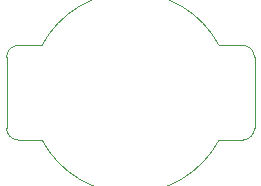
<source format=gm1>
G04 #@! TF.GenerationSoftware,KiCad,Pcbnew,(5.1.6-0-10_14)*
G04 #@! TF.CreationDate,2021-04-09T22:44:30+02:00*
G04 #@! TF.ProjectId,Encoder,456e636f-6465-4722-9e6b-696361645f70,1.1*
G04 #@! TF.SameCoordinates,Original*
G04 #@! TF.FileFunction,Profile,NP*
%FSLAX46Y46*%
G04 Gerber Fmt 4.6, Leading zero omitted, Abs format (unit mm)*
G04 Created by KiCad (PCBNEW (5.1.6-0-10_14)) date 2021-04-09 22:44:30*
%MOMM*%
%LPD*%
G01*
G04 APERTURE LIST*
G04 #@! TA.AperFunction,Profile*
%ADD10C,0.050000*%
G04 #@! TD*
G04 APERTURE END LIST*
D10*
X107688000Y-97312000D02*
G75*
G02*
X106688000Y-96312000I0J1000000D01*
G01*
X106688000Y-90312000D02*
G75*
G02*
X107688000Y-89312000I1000000J0D01*
G01*
X127688000Y-96312000D02*
G75*
G02*
X126688000Y-97312000I-1000000J0D01*
G01*
X126688000Y-89312000D02*
G75*
G02*
X127688000Y-90312000I0J-1000000D01*
G01*
X107688000Y-97312000D02*
X109688000Y-97312000D01*
X106688000Y-90312000D02*
X106688000Y-96312000D01*
X109688001Y-89312001D02*
X107688000Y-89312000D01*
X126688000Y-97312000D02*
X124687999Y-97312001D01*
X127688000Y-90312000D02*
X127688000Y-96312000D01*
X124687999Y-89312000D02*
X126688000Y-89312000D01*
X124688000Y-97312001D02*
G75*
G02*
X109688000Y-97311999I-7500000J4000001D01*
G01*
X109688001Y-89312001D02*
G75*
G02*
X124687999Y-89312000I7499999J-3999999D01*
G01*
M02*

</source>
